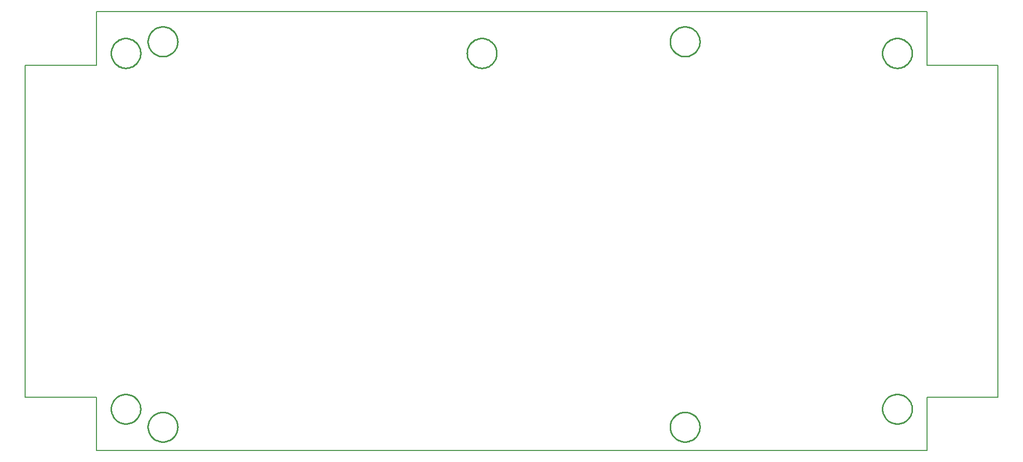
<source format=gko>
%FSTAX23Y23*%
%MOIN*%
%SFA1B1*%

%IPPOS*%
%ADD46C,0.010000*%
%ADD77C,0.007874*%
%LNkradac270315-1*%
%LPD*%
G54D46*
X00344Y-00119D02*
D01*
X00343Y-00112*
X00343Y-00105*
X00341Y-00099*
X0034Y-00092*
X00338Y-00086*
X00335Y-00079*
X00332Y-00073*
X00329Y-00067*
X00325Y-00061*
X00321Y-00056*
X00316Y-00051*
X00311Y-00046*
X00306Y-00042*
X003Y-00038*
X00294Y-00034*
X00288Y-00031*
X00282Y-00028*
X00276Y-00026*
X00269Y-00024*
X00262Y-00022*
X00255Y-00021*
X00249Y-00021*
X00242*
X00235Y-00021*
X00228Y-00022*
X00221Y-00024*
X00215Y-00026*
X00208Y-00028*
X00202Y-00031*
X00196Y-00034*
X0019Y-00038*
X00185Y-00042*
X00179Y-00046*
X00174Y-00051*
X0017Y-00056*
X00166Y-00061*
X00162Y-00067*
X00158Y-00073*
X00155Y-00079*
X00153Y-00086*
X00151Y-00092*
X00149Y-00099*
X00148Y-00105*
X00147Y-00112*
X00147Y-00119*
X00147Y-00126*
X00148Y-00133*
X00149Y-0014*
X00151Y-00146*
X00153Y-00153*
X00155Y-00159*
X00158Y-00165*
X00162Y-00171*
X00166Y-00177*
X0017Y-00182*
X00174Y-00188*
X00179Y-00192*
X00185Y-00197*
X0019Y-00201*
X00196Y-00204*
X00202Y-00208*
X00208Y-0021*
X00215Y-00213*
X00221Y-00215*
X00228Y-00216*
X00235Y-00217*
X00242Y-00218*
X00249*
X00255Y-00217*
X00262Y-00216*
X00269Y-00215*
X00276Y-00213*
X00282Y-0021*
X00288Y-00208*
X00294Y-00204*
X003Y-00201*
X00306Y-00197*
X00311Y-00192*
X00316Y-00188*
X00321Y-00182*
X00325Y-00177*
X00329Y-00171*
X00332Y-00165*
X00335Y-00159*
X00338Y-00153*
X0034Y-00146*
X00341Y-0014*
X00343Y-00133*
X00343Y-00126*
X00344Y-00119*
X03808D02*
D01*
X03808Y-00112*
X03807Y-00105*
X03806Y-00099*
X03804Y-00092*
X03802Y-00086*
X038Y-00079*
X03797Y-00073*
X03793Y-00067*
X03789Y-00061*
X03785Y-00056*
X03781Y-00051*
X03776Y-00046*
X0377Y-00042*
X03765Y-00038*
X03759Y-00034*
X03753Y-00031*
X03747Y-00028*
X0374Y-00026*
X03734Y-00024*
X03727Y-00022*
X0372Y-00021*
X03713Y-00021*
X03706*
X03699Y-00021*
X03693Y-00022*
X03686Y-00024*
X03679Y-00026*
X03673Y-00028*
X03667Y-00031*
X03661Y-00034*
X03655Y-00038*
X03649Y-00042*
X03644Y-00046*
X03639Y-00051*
X03634Y-00056*
X0363Y-00061*
X03626Y-00067*
X03623Y-00073*
X0362Y-00079*
X03617Y-00086*
X03615Y-00092*
X03613Y-00099*
X03612Y-00105*
X03612Y-00112*
X03611Y-00119*
X03612Y-00126*
X03612Y-00133*
X03613Y-0014*
X03615Y-00146*
X03617Y-00153*
X0362Y-00159*
X03623Y-00165*
X03626Y-00171*
X0363Y-00177*
X03634Y-00182*
X03639Y-00188*
X03644Y-00192*
X03649Y-00197*
X03655Y-00201*
X03661Y-00204*
X03667Y-00208*
X03673Y-0021*
X03679Y-00213*
X03686Y-00215*
X03693Y-00216*
X03699Y-00217*
X03706Y-00218*
X03713*
X0372Y-00217*
X03727Y-00216*
X03734Y-00215*
X0374Y-00213*
X03747Y-0021*
X03753Y-00208*
X03759Y-00204*
X03765Y-00201*
X0377Y-00197*
X03776Y-00192*
X03781Y-00188*
X03785Y-00182*
X03789Y-00177*
X03793Y-00171*
X03797Y-00165*
X038Y-00159*
X03802Y-00153*
X03804Y-00146*
X03806Y-0014*
X03807Y-00133*
X03808Y-00126*
X03808Y-00119*
X00344Y02439D02*
D01*
X00343Y02446*
X00343Y02453*
X00341Y02459*
X0034Y02466*
X00338Y02473*
X00335Y02479*
X00332Y02485*
X00329Y02491*
X00325Y02497*
X00321Y02502*
X00316Y02507*
X00311Y02512*
X00306Y02516*
X003Y0252*
X00294Y02524*
X00288Y02527*
X00282Y0253*
X00276Y02532*
X00269Y02534*
X00262Y02536*
X00255Y02537*
X00249Y02537*
X00242*
X00235Y02537*
X00228Y02536*
X00221Y02534*
X00215Y02532*
X00208Y0253*
X00202Y02527*
X00196Y02524*
X0019Y0252*
X00185Y02516*
X00179Y02512*
X00174Y02507*
X0017Y02502*
X00166Y02497*
X00162Y02491*
X00158Y02485*
X00155Y02479*
X00153Y02473*
X00151Y02466*
X00149Y02459*
X00148Y02453*
X00147Y02446*
X00147Y02439*
X00147Y02432*
X00148Y02425*
X00149Y02418*
X00151Y02412*
X00153Y02405*
X00155Y02399*
X00158Y02393*
X00162Y02387*
X00166Y02381*
X0017Y02376*
X00174Y0237*
X00179Y02366*
X00185Y02361*
X0019Y02357*
X00196Y02354*
X00202Y0235*
X00208Y02348*
X00215Y02345*
X00221Y02343*
X00228Y02342*
X00235Y02341*
X00242Y02341*
X00249*
X00255Y02341*
X00262Y02342*
X00269Y02343*
X00276Y02345*
X00282Y02348*
X00288Y0235*
X00294Y02354*
X003Y02357*
X00306Y02361*
X00311Y02366*
X00316Y0237*
X00321Y02376*
X00325Y02381*
X00329Y02387*
X00332Y02393*
X00335Y02399*
X00338Y02405*
X0034Y02412*
X00341Y02418*
X00343Y02425*
X00343Y02432*
X00344Y02439*
X03808D02*
D01*
X03808Y02446*
X03807Y02453*
X03806Y02459*
X03804Y02466*
X03802Y02473*
X038Y02479*
X03797Y02485*
X03793Y02491*
X03789Y02497*
X03785Y02502*
X03781Y02507*
X03776Y02512*
X0377Y02516*
X03765Y0252*
X03759Y02524*
X03753Y02527*
X03747Y0253*
X0374Y02532*
X03734Y02534*
X03727Y02536*
X0372Y02537*
X03713Y02537*
X03706*
X03699Y02537*
X03693Y02536*
X03686Y02534*
X03679Y02532*
X03673Y0253*
X03667Y02527*
X03661Y02524*
X03655Y0252*
X03649Y02516*
X03644Y02512*
X03639Y02507*
X03634Y02502*
X0363Y02497*
X03626Y02491*
X03623Y02485*
X0362Y02479*
X03617Y02473*
X03615Y02466*
X03613Y02459*
X03612Y02453*
X03612Y02446*
X03611Y02439*
X03612Y02432*
X03612Y02425*
X03613Y02418*
X03615Y02412*
X03617Y02405*
X0362Y02399*
X03623Y02393*
X03626Y02387*
X0363Y02381*
X03634Y02376*
X03639Y0237*
X03644Y02366*
X03649Y02361*
X03655Y02357*
X03661Y02354*
X03667Y0235*
X03673Y02348*
X03679Y02345*
X03686Y02343*
X03693Y02342*
X03699Y02341*
X03706Y02341*
X03713*
X0372Y02341*
X03727Y02342*
X03734Y02343*
X0374Y02345*
X03747Y02348*
X03753Y0235*
X03759Y02354*
X03765Y02357*
X0377Y02361*
X03776Y02366*
X03781Y0237*
X03785Y02376*
X03789Y02381*
X03793Y02387*
X03797Y02393*
X038Y02399*
X03802Y02405*
X03804Y02412*
X03806Y02418*
X03807Y02425*
X03808Y02432*
X03808Y02439*
X00098Y0D02*
D01*
X00098Y00006*
X00097Y00013*
X00096Y0002*
X00094Y00027*
X00092Y00033*
X00089Y0004*
X00086Y00046*
X00083Y00052*
X00079Y00057*
X00075Y00063*
X0007Y00068*
X00065Y00073*
X0006Y00077*
X00055Y00081*
X00049Y00085*
X00043Y00088*
X00036Y00091*
X0003Y00093*
X00023Y00095*
X00017Y00096*
X0001Y00097*
X00003Y00098*
X-00003*
X-0001Y00097*
X-00017Y00096*
X-00023Y00095*
X-0003Y00093*
X-00036Y00091*
X-00043Y00088*
X-00049Y00085*
X-00055Y00081*
X-0006Y00077*
X-00065Y00073*
X-0007Y00068*
X-00075Y00063*
X-00079Y00057*
X-00083Y00052*
X-00086Y00046*
X-00089Y0004*
X-00092Y00033*
X-00094Y00027*
X-00096Y0002*
X-00097Y00013*
X-00098Y00006*
X-00098Y0*
X-00098Y-00006*
X-00097Y-00013*
X-00096Y-0002*
X-00094Y-00027*
X-00092Y-00033*
X-00089Y-0004*
X-00086Y-00046*
X-00083Y-00052*
X-00079Y-00057*
X-00075Y-00063*
X-0007Y-00068*
X-00065Y-00073*
X-0006Y-00077*
X-00055Y-00081*
X-00049Y-00085*
X-00043Y-00088*
X-00036Y-00091*
X-0003Y-00093*
X-00023Y-00095*
X-00017Y-00096*
X-0001Y-00097*
X-00003Y-00098*
X00003*
X0001Y-00097*
X00017Y-00096*
X00023Y-00095*
X0003Y-00093*
X00036Y-00091*
X00043Y-00088*
X00049Y-00085*
X00055Y-00081*
X0006Y-00077*
X00065Y-00073*
X0007Y-00068*
X00075Y-00063*
X00079Y-00057*
X00083Y-00052*
X00086Y-00046*
X00089Y-0004*
X00092Y-00033*
X00094Y-00027*
X00096Y-0002*
X00097Y-00013*
X00098Y-00006*
X00098Y0*
Y02362D02*
D01*
X00098Y02369*
X00097Y02375*
X00096Y02382*
X00094Y02389*
X00092Y02395*
X00089Y02402*
X00086Y02408*
X00083Y02414*
X00079Y0242*
X00075Y02425*
X0007Y0243*
X00065Y02435*
X0006Y02439*
X00055Y02443*
X00049Y02447*
X00043Y0245*
X00036Y02453*
X0003Y02455*
X00023Y02457*
X00017Y02459*
X0001Y0246*
X00003Y0246*
X-00003*
X-0001Y0246*
X-00017Y02459*
X-00023Y02457*
X-0003Y02455*
X-00036Y02453*
X-00043Y0245*
X-00049Y02447*
X-00055Y02443*
X-0006Y02439*
X-00065Y02435*
X-0007Y0243*
X-00075Y02425*
X-00079Y0242*
X-00083Y02414*
X-00086Y02408*
X-00089Y02402*
X-00092Y02395*
X-00094Y02389*
X-00096Y02382*
X-00097Y02375*
X-00098Y02369*
X-00098Y02362*
X-00098Y02355*
X-00097Y02348*
X-00096Y02341*
X-00094Y02335*
X-00092Y02328*
X-00089Y02322*
X-00086Y02315*
X-00083Y0231*
X-00079Y02304*
X-00075Y02298*
X-0007Y02293*
X-00065Y02289*
X-0006Y02284*
X-00055Y0228*
X-00049Y02276*
X-00043Y02273*
X-00036Y0227*
X-0003Y02268*
X-00023Y02266*
X-00017Y02265*
X-0001Y02264*
X-00003Y02263*
X00003*
X0001Y02264*
X00017Y02265*
X00023Y02266*
X0003Y02268*
X00036Y0227*
X00043Y02273*
X00049Y02276*
X00055Y0228*
X0006Y02284*
X00065Y02289*
X0007Y02293*
X00075Y02298*
X00079Y02304*
X00083Y0231*
X00086Y02315*
X00089Y02322*
X00092Y02328*
X00094Y02335*
X00096Y02341*
X00097Y02348*
X00098Y02355*
X00098Y02362*
X05216D02*
D01*
X05216Y02369*
X05215Y02375*
X05214Y02382*
X05212Y02389*
X0521Y02395*
X05208Y02402*
X05205Y02408*
X05201Y02414*
X05197Y0242*
X05193Y02425*
X05188Y0243*
X05183Y02435*
X05178Y02439*
X05173Y02443*
X05167Y02447*
X05161Y0245*
X05154Y02453*
X05148Y02455*
X05141Y02457*
X05135Y02459*
X05128Y0246*
X05121Y0246*
X05114*
X05107Y0246*
X05101Y02459*
X05094Y02457*
X05087Y02455*
X05081Y02453*
X05074Y0245*
X05068Y02447*
X05063Y02443*
X05057Y02439*
X05052Y02435*
X05047Y0243*
X05042Y02425*
X05038Y0242*
X05034Y02414*
X05031Y02408*
X05028Y02402*
X05025Y02395*
X05023Y02389*
X05021Y02382*
X0502Y02375*
X05019Y02369*
X05019Y02362*
X05019Y02355*
X0502Y02348*
X05021Y02341*
X05023Y02335*
X05025Y02328*
X05028Y02322*
X05031Y02315*
X05034Y0231*
X05038Y02304*
X05042Y02298*
X05047Y02293*
X05052Y02289*
X05057Y02284*
X05063Y0228*
X05068Y02276*
X05074Y02273*
X05081Y0227*
X05087Y02268*
X05094Y02266*
X05101Y02265*
X05107Y02264*
X05114Y02263*
X05121*
X05128Y02264*
X05135Y02265*
X05141Y02266*
X05148Y02268*
X05154Y0227*
X05161Y02273*
X05167Y02276*
X05173Y0228*
X05178Y02284*
X05183Y02289*
X05188Y02293*
X05193Y02298*
X05197Y02304*
X05201Y0231*
X05205Y02315*
X05208Y02322*
X0521Y02328*
X05212Y02335*
X05214Y02341*
X05215Y02348*
X05216Y02355*
X05216Y02362*
Y0D02*
D01*
X05216Y00006*
X05215Y00013*
X05214Y0002*
X05212Y00027*
X0521Y00033*
X05208Y0004*
X05205Y00046*
X05201Y00052*
X05197Y00057*
X05193Y00063*
X05188Y00068*
X05183Y00073*
X05178Y00077*
X05173Y00081*
X05167Y00085*
X05161Y00088*
X05154Y00091*
X05148Y00093*
X05141Y00095*
X05135Y00096*
X05128Y00097*
X05121Y00098*
X05114*
X05107Y00097*
X05101Y00096*
X05094Y00095*
X05087Y00093*
X05081Y00091*
X05074Y00088*
X05068Y00085*
X05063Y00081*
X05057Y00077*
X05052Y00073*
X05047Y00068*
X05042Y00063*
X05038Y00057*
X05034Y00052*
X05031Y00046*
X05028Y0004*
X05025Y00033*
X05023Y00027*
X05021Y0002*
X0502Y00013*
X05019Y00006*
X05019Y0*
X05019Y-00006*
X0502Y-00013*
X05021Y-0002*
X05023Y-00027*
X05025Y-00033*
X05028Y-0004*
X05031Y-00046*
X05034Y-00052*
X05038Y-00057*
X05042Y-00063*
X05047Y-00068*
X05052Y-00073*
X05057Y-00077*
X05063Y-00081*
X05068Y-00085*
X05074Y-00088*
X05081Y-00091*
X05087Y-00093*
X05094Y-00095*
X05101Y-00096*
X05107Y-00097*
X05114Y-00098*
X05121*
X05128Y-00097*
X05135Y-00096*
X05141Y-00095*
X05148Y-00093*
X05154Y-00091*
X05161Y-00088*
X05167Y-00085*
X05173Y-00081*
X05178Y-00077*
X05183Y-00073*
X05188Y-00068*
X05193Y-00063*
X05197Y-00057*
X05201Y-00052*
X05205Y-00046*
X05208Y-0004*
X0521Y-00033*
X05212Y-00027*
X05214Y-0002*
X05215Y-00013*
X05216Y-00006*
X05216Y0*
X0246Y02362D02*
D01*
X0246Y02369*
X02459Y02375*
X02458Y02382*
X02456Y02389*
X02454Y02395*
X02452Y02402*
X02449Y02408*
X02445Y02414*
X02441Y0242*
X02437Y02425*
X02433Y0243*
X02428Y02435*
X02422Y02439*
X02417Y02443*
X02411Y02447*
X02405Y0245*
X02399Y02453*
X02392Y02455*
X02386Y02457*
X02379Y02459*
X02372Y0246*
X02365Y0246*
X02358*
X02351Y0246*
X02345Y02459*
X02338Y02457*
X02331Y02455*
X02325Y02453*
X02319Y0245*
X02312Y02447*
X02307Y02443*
X02301Y02439*
X02296Y02435*
X02291Y0243*
X02286Y02425*
X02282Y0242*
X02278Y02414*
X02275Y02408*
X02272Y02402*
X02269Y02395*
X02267Y02389*
X02265Y02382*
X02264Y02375*
X02264Y02369*
X02263Y02362*
X02264Y02355*
X02264Y02348*
X02265Y02341*
X02267Y02335*
X02269Y02328*
X02272Y02322*
X02275Y02315*
X02278Y0231*
X02282Y02304*
X02286Y02298*
X02291Y02293*
X02296Y02289*
X02301Y02284*
X02307Y0228*
X02312Y02276*
X02319Y02273*
X02325Y0227*
X02331Y02268*
X02338Y02266*
X02345Y02265*
X02351Y02264*
X02358Y02263*
X02365*
X02372Y02264*
X02379Y02265*
X02386Y02266*
X02392Y02268*
X02399Y0227*
X02405Y02273*
X02411Y02276*
X02417Y0228*
X02422Y02284*
X02428Y02289*
X02433Y02293*
X02437Y02298*
X02441Y02304*
X02445Y0231*
X02449Y02315*
X02452Y02322*
X02454Y02328*
X02456Y02335*
X02458Y02341*
X02459Y02348*
X0246Y02355*
X0246Y02362*
G54D77*
X-00669Y00078D02*
X-00196D01*
Y02283D02*
Y02637D01*
X-00669Y02283D02*
X-00196D01*
X-00669Y00078D02*
Y02283D01*
X-00196Y-00275D02*
Y00078D01*
Y-00275D02*
X05314D01*
Y00078*
X05787*
Y02283*
X05314D02*
X05787D01*
X05314D02*
Y02637D01*
X-00196D02*
X05314D01*
M02*
</source>
